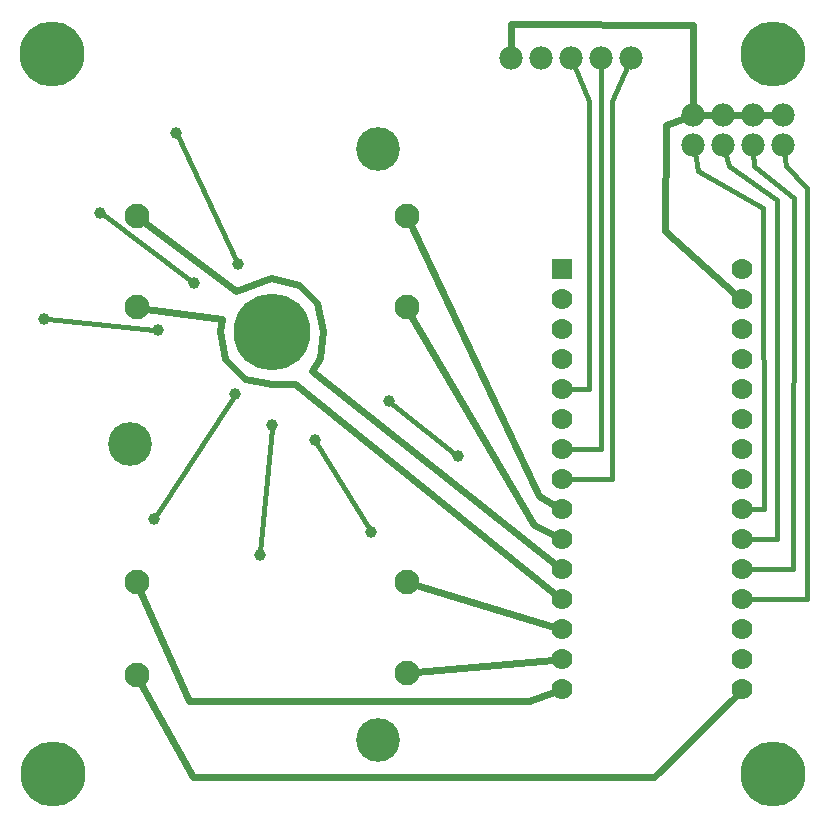
<source format=gtl>
G04 MADE WITH FRITZING*
G04 WWW.FRITZING.ORG*
G04 DOUBLE SIDED*
G04 HOLES PLATED*
G04 CONTOUR ON CENTER OF CONTOUR VECTOR*
%ASAXBY*%
%FSLAX23Y23*%
%MOIN*%
%OFA0B0*%
%SFA1.0B1.0*%
%ADD10C,0.082677*%
%ADD11C,0.255905*%
%ADD12C,0.145669*%
%ADD13C,0.039370*%
%ADD14C,0.070000*%
%ADD15C,0.078000*%
%ADD16C,0.216535*%
%ADD17R,0.069972X0.070000*%
%ADD18C,0.016000*%
%ADD19C,0.024000*%
%LNCOPPER1*%
G90*
G70*
G54D10*
X1336Y2021D03*
X1336Y1717D03*
X436Y1717D03*
X436Y2021D03*
X436Y491D03*
X436Y803D03*
X1336Y803D03*
X1336Y499D03*
G54D11*
X886Y1634D03*
G54D12*
X1240Y2244D03*
X413Y1260D03*
X1240Y276D03*
G54D13*
X626Y1799D03*
X315Y2032D03*
X773Y1863D03*
X568Y2299D03*
X507Y1641D03*
X129Y1679D03*
X765Y1427D03*
X493Y1010D03*
X887Y1324D03*
X1218Y968D03*
X1032Y1274D03*
X1276Y1404D03*
X1508Y1221D03*
X846Y890D03*
G54D14*
X1854Y1844D03*
X1854Y1744D03*
X1854Y1644D03*
X1854Y1544D03*
X1854Y1444D03*
X1854Y1344D03*
X1854Y1244D03*
X1854Y1144D03*
X1854Y1044D03*
X1854Y944D03*
X1854Y844D03*
X1854Y744D03*
X1854Y644D03*
X1854Y544D03*
X1854Y444D03*
X2454Y1844D03*
X2454Y1744D03*
X2454Y1644D03*
X2454Y1544D03*
X2454Y1444D03*
X2454Y1344D03*
X2454Y1244D03*
X2454Y1144D03*
X2454Y1044D03*
X2454Y944D03*
X2454Y844D03*
X2454Y744D03*
X2454Y644D03*
X2454Y544D03*
X2454Y444D03*
G54D15*
X2591Y2359D03*
X2491Y2359D03*
X2391Y2359D03*
X2291Y2359D03*
X2591Y2359D03*
X2491Y2359D03*
X2391Y2359D03*
X2291Y2359D03*
X2291Y2259D03*
X2391Y2259D03*
X2491Y2259D03*
X2591Y2259D03*
G54D16*
X156Y162D03*
X2557Y2563D03*
X155Y2563D03*
X2556Y163D03*
G54D15*
X1685Y2549D03*
X1785Y2549D03*
X1885Y2549D03*
X1985Y2549D03*
X2085Y2549D03*
G54D17*
X1854Y1844D03*
G54D18*
X1498Y1229D02*
X1287Y1396D01*
D02*
X500Y1021D02*
X758Y1415D01*
D02*
X142Y1678D02*
X493Y1642D01*
D02*
X573Y2287D02*
X767Y1875D01*
D02*
X326Y2024D02*
X615Y1807D01*
D02*
X1039Y1262D02*
X1211Y980D01*
D02*
X886Y1311D02*
X847Y903D01*
G54D19*
D02*
X2160Y151D02*
X2433Y423D01*
D02*
X623Y152D02*
X2160Y151D01*
D02*
X452Y463D02*
X623Y152D01*
D02*
X1745Y404D02*
X1826Y434D01*
D02*
X612Y404D02*
X1745Y404D01*
D02*
X449Y773D02*
X612Y404D01*
D02*
X1825Y541D02*
X1368Y502D01*
D02*
X1367Y793D02*
X1826Y652D01*
D02*
X720Y1679D02*
X715Y1638D01*
D02*
X715Y1638D02*
X732Y1546D01*
D02*
X732Y1546D02*
X798Y1479D01*
D02*
X798Y1479D02*
X887Y1463D01*
D02*
X964Y1463D02*
X1831Y762D01*
D02*
X887Y1463D02*
X964Y1463D01*
D02*
X468Y1713D02*
X720Y1679D01*
D02*
X768Y1771D02*
X462Y2001D01*
D02*
X884Y1816D02*
X768Y1771D01*
D02*
X976Y1793D02*
X884Y1816D01*
D02*
X1020Y1504D02*
X1048Y1549D01*
D02*
X1048Y1549D02*
X1057Y1638D01*
D02*
X1057Y1638D02*
X1037Y1732D01*
D02*
X1037Y1732D02*
X976Y1793D01*
D02*
X1831Y862D02*
X1020Y1504D01*
D02*
X1762Y993D02*
X1352Y1689D01*
D02*
X1828Y958D02*
X1762Y993D01*
D02*
X1776Y1088D02*
X1350Y1991D01*
D02*
X1828Y1058D02*
X1776Y1088D01*
D02*
X1684Y2663D02*
X1685Y2579D01*
D02*
X2290Y2657D02*
X1684Y2663D01*
D02*
X2291Y2389D02*
X2290Y2657D01*
D02*
X2197Y1970D02*
X2432Y1763D01*
D02*
X2201Y2324D02*
X2197Y1970D01*
D02*
X2263Y2348D02*
X2201Y2324D01*
G54D18*
D02*
X1945Y1444D02*
X1877Y1444D01*
D02*
X1945Y2404D02*
X1945Y1444D01*
D02*
X1894Y2526D02*
X1945Y2404D01*
D02*
X1985Y1244D02*
X1985Y2524D01*
D02*
X2020Y1144D02*
X2020Y2404D01*
D02*
X2020Y2404D02*
X2075Y2526D01*
D02*
X1877Y1244D02*
X1985Y1244D01*
D02*
X1877Y1144D02*
X2020Y1144D01*
D02*
X2627Y2081D02*
X2623Y844D01*
D02*
X2623Y844D02*
X2477Y844D01*
D02*
X2494Y2189D02*
X2627Y2081D01*
D02*
X2492Y2235D02*
X2494Y2189D01*
D02*
X2671Y2115D02*
X2671Y744D01*
D02*
X2671Y744D02*
X2477Y744D01*
D02*
X2601Y2189D02*
X2671Y2115D01*
D02*
X2595Y2235D02*
X2601Y2189D01*
G54D19*
D02*
X2461Y2359D02*
X2421Y2359D01*
D02*
X2361Y2359D02*
X2321Y2359D01*
D02*
X2521Y2359D02*
X2561Y2359D01*
G54D18*
D02*
X2527Y1044D02*
X2477Y1044D01*
D02*
X2523Y2048D02*
X2527Y1044D01*
D02*
X2308Y2170D02*
X2523Y2048D01*
D02*
X2296Y2235D02*
X2308Y2170D01*
D02*
X2571Y2074D02*
X2571Y944D01*
D02*
X2571Y944D02*
X2477Y944D01*
D02*
X2412Y2189D02*
X2571Y2074D01*
D02*
X2398Y2236D02*
X2412Y2189D01*
G04 End of Copper1*
M02*
</source>
